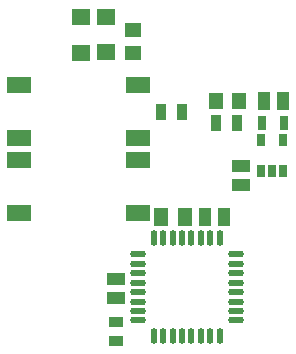
<source format=gbp>
G04*
G04 #@! TF.GenerationSoftware,Altium Limited,Altium Designer,24.2.2 (26)*
G04*
G04 Layer_Color=128*
%FSLAX25Y25*%
%MOIN*%
G70*
G04*
G04 #@! TF.SameCoordinates,6727E026-D54A-49E6-9AE1-AA62B6963756*
G04*
G04*
G04 #@! TF.FilePolarity,Positive*
G04*
G01*
G75*
%ADD14R,0.05756X0.04953*%
%ADD15R,0.06299X0.05512*%
%ADD19R,0.02756X0.05118*%
%ADD20R,0.05906X0.04055*%
%ADD52O,0.05315X0.02165*%
%ADD53O,0.02165X0.05315*%
%ADD54R,0.02598X0.03937*%
%ADD55R,0.04953X0.05756*%
%ADD56R,0.04921X0.06102*%
%ADD57R,0.03543X0.05512*%
%ADD58R,0.08268X0.05512*%
%ADD59R,0.04969X0.03378*%
%ADD60R,0.04055X0.05906*%
D14*
X-20400Y39054D02*
D03*
Y46746D02*
D03*
D15*
X-29200Y51006D02*
D03*
Y39194D02*
D03*
X-37700Y50906D02*
D03*
Y39095D02*
D03*
D19*
X22638Y15551D02*
D03*
X30118D02*
D03*
D20*
X15551Y-5059D02*
D03*
Y1319D02*
D03*
X-25984Y-42756D02*
D03*
Y-36378D02*
D03*
D52*
X13913Y-28138D02*
D03*
Y-31287D02*
D03*
Y-34437D02*
D03*
Y-37587D02*
D03*
Y-40736D02*
D03*
Y-43886D02*
D03*
Y-47035D02*
D03*
Y-50185D02*
D03*
X-18764D02*
D03*
Y-47035D02*
D03*
Y-43886D02*
D03*
Y-40736D02*
D03*
Y-37587D02*
D03*
Y-34437D02*
D03*
Y-31287D02*
D03*
Y-28138D02*
D03*
D53*
X8598Y-55500D02*
D03*
X5449D02*
D03*
X2299D02*
D03*
X-850D02*
D03*
X-4000D02*
D03*
X-7150D02*
D03*
X-10299D02*
D03*
X-13449D02*
D03*
Y-22823D02*
D03*
X-10299D02*
D03*
X-7150D02*
D03*
X-4000D02*
D03*
X-850D02*
D03*
X2299D02*
D03*
X5449D02*
D03*
X8598D02*
D03*
D54*
X29740Y-477D02*
D03*
X26000D02*
D03*
X22260D02*
D03*
Y9877D02*
D03*
X29740D02*
D03*
D55*
X15165Y23130D02*
D03*
X7472D02*
D03*
D56*
X-11024Y-15650D02*
D03*
X-2953D02*
D03*
D57*
X-3937Y19193D02*
D03*
X-11024D02*
D03*
X7382Y15650D02*
D03*
X14469D02*
D03*
D58*
X-58169Y-14370D02*
D03*
X-18799D02*
D03*
X-58169Y3346D02*
D03*
X-18799D02*
D03*
X-58169Y10532D02*
D03*
X-18799D02*
D03*
X-58169Y28248D02*
D03*
X-18799D02*
D03*
D59*
X-26100Y-50741D02*
D03*
Y-56859D02*
D03*
D60*
X23189Y23031D02*
D03*
X29567D02*
D03*
X3602Y-15748D02*
D03*
X9980D02*
D03*
M02*

</source>
